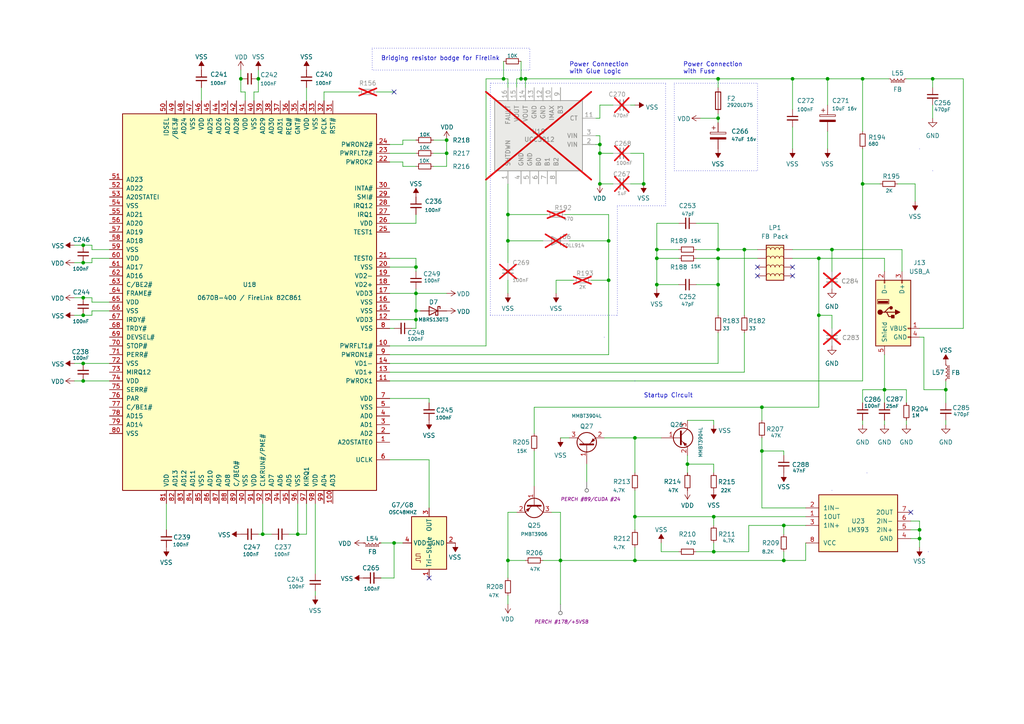
<source format=kicad_sch>
(kicad_sch (version 20230121) (generator eeschema)
  (paper "A4")
  (title_block (title "Power Macintosh G3 (Beige) Wings Personality Card USB Mod") (date "2025-03-09") (rev "3") (company "Schematic by @croissantking on the 68kMLA forums with invaluable help from @phipli"))
  (junction (at 270.51 22.86))
  (junction (at 24.13 91.44))
  (junction (at 120.65 77.47))
  (junction (at 162.56 162.56))
  (junction (at 74.93 22.86))
  (junction (at 76.2 154.94))
  (junction (at 190.5 72.39))
  (junction (at 190.5 74.93))
  (junction (at 69.85 22.86))
  (junction (at 173.99 41.91))
  (junction (at 24.13 86.36))
  (junction (at 227.33 162.56))
  (junction (at 199.39 134.62))
  (junction (at 24.13 71.12))
  (junction (at 240.03 22.86))
  (junction (at 151.13 22.86))
  (junction (at 266.7 156.21))
  (junction (at 184.15 162.56))
  (junction (at 208.28 22.86))
  (junction (at 250.19 53.34))
  (junction (at 120.65 92.71))
  (junction (at 24.13 105.41))
  (junction (at 147.32 69.85))
  (junction (at 229.87 22.86))
  (junction (at 173.99 44.45))
  (junction (at 186.69 53.34))
  (junction (at 215.9 72.39))
  (junction (at 237.49 91.44))
  (junction (at 24.13 110.49))
  (junction (at 176.53 81.28))
  (junction (at 208.28 72.39))
  (junction (at 184.15 127))
  (junction (at 152.4 22.86))
  (junction (at 120.65 90.17))
  (junction (at 147.32 162.56))
  (junction (at 237.49 74.93))
  (junction (at 220.98 118.11))
  (junction (at 147.32 62.23))
  (junction (at 266.7 153.67))
  (junction (at 207.01 149.86))
  (junction (at 129.54 40.64))
  (junction (at 24.13 76.2))
  (junction (at 241.3 72.39))
  (junction (at 250.19 22.86))
  (junction (at 190.5 82.55))
  (junction (at 274.32 113.03))
  (junction (at 146.05 22.86))
  (junction (at 173.99 53.34))
  (junction (at 184.15 149.86))
  (junction (at 208.28 74.93))
  (junction (at 256.54 113.03))
  (junction (at 176.53 69.85))
  (junction (at 114.3 157.48))
  (junction (at 207.01 160.02))
  (junction (at 208.28 82.55))
  (junction (at 208.28 34.29))
  (junction (at 86.36 154.94))
  (junction (at 120.65 85.09))
  (junction (at 129.54 44.45))
  (junction (at 227.33 152.4))
  (junction (at 220.98 130.81))
  (no_connect (at 229.87 80.01))
  (no_connect (at 219.71 77.47))
  (no_connect (at 264.16 148.59))
  (no_connect (at 124.46 167.64))
  (no_connect (at 219.71 80.01))
  (no_connect (at 114.3 26.67))
  (no_connect (at 229.87 77.47))
  (wire (pts (xy 71.12 26.67) (xy 71.12 29.21)))
  (wire (pts (xy 157.48 162.56) (xy 162.56 162.56)))
  (wire (pts (xy 24.13 110.49) (xy 31.75 110.49)))
  (wire (pts (xy 229.87 74.93) (xy 237.49 74.93)))
  (wire (pts (xy 256.54 121.92) (xy 256.54 123.19)))
  (wire (pts (xy 274.32 123.19) (xy 274.32 121.92)))
  (wire (pts (xy 171.45 81.28) (xy 176.53 81.28)))
  (wire (pts (xy 152.4 22.86) (xy 152.4 25.4)))
  (wire (pts (xy 270.51 25.4) (xy 270.51 22.86)))
  (wire (pts (xy 184.15 30.48) (xy 182.88 30.48)))
  (wire (pts (xy 215.9 96.52) (xy 215.9 107.95)))
  (wire (pts (xy 24.13 86.36) (xy 26.67 86.36)))
  (wire (pts (xy 208.28 22.86) (xy 208.28 25.4)))
  (wire (pts (xy 190.5 72.39) (xy 190.5 74.93)))
  (wire (pts (xy 207.01 149.86) (xy 233.68 149.86)))
  (wire (pts (xy 21.59 91.44) (xy 24.13 91.44)))
  (wire (pts (xy 208.28 74.93) (xy 208.28 82.55)))
  (wire (pts (xy 170.18 139.7) (xy 170.18 134.62)))
  (wire (pts (xy 279.4 22.86) (xy 279.4 95.25)))
  (wire (pts (xy 250.19 116.84) (xy 250.19 113.03)))
  (wire (pts (xy 229.87 22.86) (xy 240.03 22.86)))
  (wire (pts (xy 163.83 62.23) (xy 176.53 62.23)))
  (wire (pts (xy 83.82 154.94) (xy 86.36 154.94)))
  (wire (pts (xy 24.13 71.12) (xy 26.67 71.12)))
  (wire (pts (xy 73.66 29.21) (xy 73.66 26.67)))
  (wire (pts (xy 184.15 127) (xy 191.77 127)))
  (wire (pts (xy 184.15 162.56) (xy 227.33 162.56)))
  (wire (pts (xy 129.54 40.64) (xy 129.54 44.45)))
  (wire (pts (xy 113.03 115.57) (xy 124.46 115.57)))
  (wire (pts (xy 147.32 172.72) (xy 147.32 175.26)))
  (wire (pts (xy 113.03 64.77) (xy 120.65 64.77)))
  (polyline (pts (xy 193.04 59.69) (xy 193.04 24.13)) (stroke (width 0) (type dot)))
  (wire (pts (xy 173.99 30.48) (xy 177.8 30.48)))
  (wire (pts (xy 74.93 20.32) (xy 74.93 22.86)))
  (wire (pts (xy 237.49 74.93) (xy 237.49 91.44)))
  (wire (pts (xy 48.26 146.05) (xy 48.26 153.67)))
  (wire (pts (xy 176.53 62.23) (xy 176.53 69.85)))
  (wire (pts (xy 270.51 22.86) (xy 279.4 22.86)))
  (wire (pts (xy 152.4 22.86) (xy 208.28 22.86)))
  (wire (pts (xy 76.2 146.05) (xy 76.2 154.94)))
  (wire (pts (xy 113.03 107.95) (xy 215.9 107.95)))
  (wire (pts (xy 229.87 72.39) (xy 241.3 72.39)))
  (wire (pts (xy 113.03 105.41) (xy 208.28 105.41)))
  (wire (pts (xy 162.56 162.56) (xy 162.56 175.26)))
  (wire (pts (xy 74.93 154.94) (xy 76.2 154.94)))
  (wire (pts (xy 199.39 134.62) (xy 199.39 137.16)))
  (wire (pts (xy 250.19 43.18) (xy 250.19 53.34)))
  (wire (pts (xy 191.77 157.48) (xy 191.77 160.02)))
  (wire (pts (xy 274.32 113.03) (xy 274.32 110.49)))
  (wire (pts (xy 233.68 157.48) (xy 233.68 162.56)))
  (wire (pts (xy 177.8 53.34) (xy 173.99 53.34)))
  (wire (pts (xy 173.99 30.48) (xy 173.99 34.29)))
  (wire (pts (xy 69.85 26.67) (xy 71.12 26.67)))
  (wire (pts (xy 250.19 121.92) (xy 250.19 123.19)))
  (wire (pts (xy 113.03 44.45) (xy 120.65 44.45)))
  (wire (pts (xy 184.15 149.86) (xy 184.15 153.67)))
  (wire (pts (xy 26.67 91.44) (xy 24.13 91.44)))
  (wire (pts (xy 190.5 74.93) (xy 196.85 74.93)))
  (wire (pts (xy 220.98 147.32) (xy 233.68 147.32)))
  (wire (pts (xy 262.89 113.03) (xy 262.89 116.84)))
  (wire (pts (xy 207.01 160.02) (xy 207.01 157.48)))
  (wire (pts (xy 237.49 91.44) (xy 237.49 118.11)))
  (wire (pts (xy 129.54 40.64) (xy 125.73 40.64)))
  (wire (pts (xy 26.67 74.93) (xy 31.75 74.93)))
  (polyline (pts (xy 142.24 24.13) (xy 142.24 91.44)) (stroke (width 0) (type dot)))
  (wire (pts (xy 162.56 148.59) (xy 162.56 162.56)))
  (wire (pts (xy 208.28 72.39) (xy 215.9 72.39)))
  (wire (pts (xy 21.59 110.49) (xy 24.13 110.49)))
  (wire (pts (xy 149.86 25.4) (xy 149.86 22.86)))
  (wire (pts (xy 173.99 34.29) (xy 172.72 34.29)))
  (wire (pts (xy 91.44 171.45) (xy 91.44 172.72)))
  (wire (pts (xy 266.7 156.21) (xy 266.7 158.75)))
  (wire (pts (xy 267.97 113.03) (xy 274.32 113.03)))
  (wire (pts (xy 154.94 130.81) (xy 154.94 140.97)))
  (wire (pts (xy 165.1 69.85) (xy 176.53 69.85)))
  (wire (pts (xy 229.87 22.86) (xy 229.87 31.75)))
  (wire (pts (xy 129.54 44.45) (xy 129.54 48.26)))
  (wire (pts (xy 116.84 40.64) (xy 120.65 40.64)))
  (wire (pts (xy 93.98 29.21) (xy 93.98 26.67)))
  (wire (pts (xy 190.5 82.55) (xy 190.5 83.82)))
  (wire (pts (xy 227.33 152.4) (xy 227.33 154.94)))
  (wire (pts (xy 162.56 127) (xy 165.1 127)))
  (polyline (pts (xy 142.24 91.44) (xy 179.07 91.44)) (stroke (width 0) (type dot)))
  (wire (pts (xy 250.19 113.03) (xy 256.54 113.03)))
  (wire (pts (xy 120.65 62.23) (xy 120.65 64.77)))
  (wire (pts (xy 184.15 127) (xy 184.15 137.16)))
  (wire (pts (xy 256.54 74.93) (xy 256.54 78.74)))
  (wire (pts (xy 147.32 62.23) (xy 147.32 69.85)))
  (wire (pts (xy 147.32 53.34) (xy 147.32 62.23)))
  (wire (pts (xy 173.99 41.91) (xy 173.99 44.45)))
  (wire (pts (xy 161.29 81.28) (xy 161.29 85.09)))
  (wire (pts (xy 208.28 82.55) (xy 208.28 91.44)))
  (wire (pts (xy 26.67 74.93) (xy 26.67 76.2)))
  (wire (pts (xy 147.32 62.23) (xy 158.75 62.23)))
  (wire (pts (xy 266.7 95.25) (xy 279.4 95.25)))
  (wire (pts (xy 199.39 134.62) (xy 199.39 132.08)))
  (wire (pts (xy 154.94 118.11) (xy 154.94 125.73)))
  (wire (pts (xy 207.01 134.62) (xy 207.01 137.16)))
  (wire (pts (xy 113.03 41.91) (xy 116.84 41.91)))
  (wire (pts (xy 201.93 160.02) (xy 207.01 160.02)))
  (wire (pts (xy 264.16 151.13) (xy 266.7 151.13)))
  (wire (pts (xy 147.32 148.59) (xy 149.86 148.59)))
  (wire (pts (xy 262.89 22.86) (xy 270.51 22.86)))
  (wire (pts (xy 109.22 26.67) (xy 114.3 26.67)))
  (wire (pts (xy 182.88 44.45) (xy 186.69 44.45)))
  (wire (pts (xy 146.05 22.86) (xy 140.97 22.86)))
  (wire (pts (xy 267.97 97.79) (xy 267.97 113.03)))
  (wire (pts (xy 266.7 153.67) (xy 266.7 156.21)))
  (wire (pts (xy 149.86 22.86) (xy 151.13 22.86)))
  (wire (pts (xy 190.5 82.55) (xy 196.85 82.55)))
  (wire (pts (xy 113.03 77.47) (xy 120.65 77.47)))
  (wire (pts (xy 21.59 76.2) (xy 24.13 76.2)))
  (wire (pts (xy 201.93 82.55) (xy 208.28 82.55)))
  (wire (pts (xy 240.03 22.86) (xy 250.19 22.86)))
  (wire (pts (xy 184.15 127) (xy 175.26 127)))
  (wire (pts (xy 184.15 158.75) (xy 184.15 162.56)))
  (wire (pts (xy 114.3 167.64) (xy 114.3 157.48)))
  (wire (pts (xy 177.8 44.45) (xy 173.99 44.45)))
  (wire (pts (xy 147.32 162.56) (xy 147.32 167.64)))
  (wire (pts (xy 120.65 90.17) (xy 120.65 92.71)))
  (wire (pts (xy 26.67 90.17) (xy 31.75 90.17)))
  (wire (pts (xy 147.32 25.4) (xy 147.32 22.86)))
  (wire (pts (xy 207.01 134.62) (xy 199.39 134.62)))
  (wire (pts (xy 113.03 92.71) (xy 120.65 92.71)))
  (wire (pts (xy 147.32 148.59) (xy 147.32 162.56)))
  (wire (pts (xy 186.69 44.45) (xy 186.69 53.34)))
  (wire (pts (xy 124.46 133.35) (xy 124.46 147.32)))
  (wire (pts (xy 113.03 110.49) (xy 250.19 110.49)))
  (wire (pts (xy 208.28 64.77) (xy 208.28 72.39)))
  (polyline (pts (xy 179.07 59.69) (xy 193.04 59.69)) (stroke (width 0) (type dot)))
  (wire (pts (xy 73.66 26.67) (xy 74.93 26.67)))
  (wire (pts (xy 240.03 30.48) (xy 240.03 22.86)))
  (wire (pts (xy 274.32 116.84) (xy 274.32 113.03)))
  (wire (pts (xy 250.19 22.86) (xy 257.81 22.86)))
  (wire (pts (xy 88.9 146.05) (xy 88.9 154.94)))
  (wire (pts (xy 116.84 46.99) (xy 113.03 46.99)))
  (wire (pts (xy 21.59 71.12) (xy 24.13 71.12)))
  (wire (pts (xy 120.65 83.82) (xy 120.65 85.09)))
  (wire (pts (xy 154.94 118.11) (xy 220.98 118.11)))
  (wire (pts (xy 24.13 105.41) (xy 31.75 105.41)))
  (wire (pts (xy 241.3 72.39) (xy 261.62 72.39)))
  (polyline (pts (xy 193.04 24.13) (xy 142.24 24.13)) (stroke (width 0) (type dot)))
  (wire (pts (xy 125.73 48.26) (xy 129.54 48.26)))
  (wire (pts (xy 215.9 72.39) (xy 215.9 91.44)))
  (wire (pts (xy 237.49 91.44) (xy 241.3 91.44)))
  (wire (pts (xy 120.65 92.71) (xy 120.65 95.25)))
  (wire (pts (xy 256.54 113.03) (xy 256.54 116.84)))
  (wire (pts (xy 86.36 146.05) (xy 86.36 154.94)))
  (wire (pts (xy 241.3 95.25) (xy 241.3 91.44)))
  (wire (pts (xy 113.03 133.35) (xy 124.46 133.35)))
  (wire (pts (xy 260.35 53.34) (xy 265.43 53.34)))
  (wire (pts (xy 58.42 25.4) (xy 58.42 29.21)))
  (wire (pts (xy 190.5 72.39) (xy 196.85 72.39)))
  (wire (pts (xy 91.44 146.05) (xy 91.44 166.37)))
  (wire (pts (xy 120.65 74.93) (xy 120.65 77.47)))
  (wire (pts (xy 21.59 105.41) (xy 24.13 105.41)))
  (wire (pts (xy 116.84 40.64) (xy 116.84 41.91)))
  (wire (pts (xy 227.33 130.81) (xy 227.33 132.08)))
  (wire (pts (xy 265.43 53.34) (xy 265.43 58.42)))
  (wire (pts (xy 227.33 162.56) (xy 233.68 162.56)))
  (wire (pts (xy 261.62 72.39) (xy 261.62 78.74)))
  (wire (pts (xy 256.54 102.87) (xy 256.54 113.03)))
  (wire (pts (xy 147.32 81.28) (xy 147.32 85.09)))
  (wire (pts (xy 250.19 53.34) (xy 250.19 110.49)))
  (wire (pts (xy 113.03 74.93) (xy 120.65 74.93)))
  (wire (pts (xy 74.93 22.86) (xy 74.93 26.67)))
  (polyline (pts (xy 179.07 91.44) (xy 179.07 59.69)) (stroke (width 0) (type dot)))
  (wire (pts (xy 116.84 48.26) (xy 116.84 46.99)))
  (wire (pts (xy 140.97 22.86) (xy 140.97 100.33)))
  (wire (pts (xy 266.7 151.13) (xy 266.7 153.67)))
  (wire (pts (xy 227.33 152.4) (xy 233.68 152.4)))
  (wire (pts (xy 88.9 25.4) (xy 88.9 29.21)))
  (wire (pts (xy 173.99 39.37) (xy 172.72 39.37)))
  (wire (pts (xy 151.13 17.78) (xy 151.13 22.86)))
  (wire (pts (xy 26.67 90.17) (xy 26.67 91.44)))
  (wire (pts (xy 151.13 22.86) (xy 152.4 22.86)))
  (wire (pts (xy 120.65 95.25) (xy 119.38 95.25)))
  (wire (pts (xy 176.53 69.85) (xy 176.53 81.28)))
  (wire (pts (xy 201.93 72.39) (xy 208.28 72.39)))
  (wire (pts (xy 113.03 95.25) (xy 114.3 95.25)))
  (wire (pts (xy 196.85 160.02) (xy 191.77 160.02)))
  (wire (pts (xy 237.49 74.93) (xy 256.54 74.93)))
  (wire (pts (xy 110.49 157.48) (xy 114.3 157.48)))
  (wire (pts (xy 208.28 22.86) (xy 229.87 22.86)))
  (wire (pts (xy 69.85 22.86) (xy 69.85 26.67)))
  (wire (pts (xy 220.98 130.81) (xy 220.98 147.32)))
  (wire (pts (xy 220.98 127) (xy 220.98 130.81)))
  (wire (pts (xy 227.33 160.02) (xy 227.33 162.56)))
  (wire (pts (xy 121.92 90.17) (xy 120.65 90.17)))
  (wire (pts (xy 120.65 85.09) (xy 129.54 85.09)))
  (wire (pts (xy 256.54 113.03) (xy 262.89 113.03)))
  (wire (pts (xy 186.69 53.34) (xy 182.88 53.34)))
  (wire (pts (xy 208.28 96.52) (xy 208.28 105.41)))
  (wire (pts (xy 120.65 77.47) (xy 120.65 78.74)))
  (wire (pts (xy 110.49 167.64) (xy 114.3 167.64)))
  (wire (pts (xy 26.67 72.39) (xy 26.67 71.12)))
  (wire (pts (xy 262.89 121.92) (xy 262.89 123.19)))
  (wire (pts (xy 21.59 86.36) (xy 24.13 86.36)))
  (wire (pts (xy 76.2 154.94) (xy 78.74 154.94)))
  (wire (pts (xy 166.37 81.28) (xy 161.29 81.28)))
  (wire (pts (xy 215.9 72.39) (xy 219.71 72.39)))
  (wire (pts (xy 162.56 162.56) (xy 184.15 162.56)))
  (wire (pts (xy 208.28 33.02) (xy 208.28 34.29)))
  (wire (pts (xy 201.93 74.93) (xy 208.28 74.93)))
  (wire (pts (xy 160.02 148.59) (xy 162.56 148.59)))
  (wire (pts (xy 124.46 116.84) (xy 124.46 115.57)))
  (wire (pts (xy 31.75 72.39) (xy 26.67 72.39)))
  (wire (pts (xy 220.98 118.11) (xy 220.98 121.92)))
  (wire (pts (xy 26.67 87.63) (xy 26.67 86.36)))
  (wire (pts (xy 264.16 153.67) (xy 266.7 153.67)))
  (wire (pts (xy 120.65 85.09) (xy 120.65 90.17)))
  (wire (pts (xy 190.5 74.93) (xy 190.5 82.55)))
  (wire (pts (xy 146.05 17.78) (xy 146.05 22.86)))
  (wire (pts (xy 208.28 74.93) (xy 219.71 74.93)))
  (wire (pts (xy 86.36 154.94) (xy 88.9 154.94)))
  (wire (pts (xy 199.39 121.92) (xy 207.01 121.92)))
  (wire (pts (xy 113.03 85.09) (xy 120.65 85.09)))
  (wire (pts (xy 190.5 64.77) (xy 196.85 64.77)))
  (wire (pts (xy 227.33 130.81) (xy 220.98 130.81)))
  (wire (pts (xy 173.99 39.37) (xy 173.99 41.91)))
  (wire (pts (xy 264.16 156.21) (xy 266.7 156.21)))
  (wire (pts (xy 217.17 160.02) (xy 217.17 152.4)))
  (wire (pts (xy 114.3 157.48) (xy 116.84 157.48)))
  (wire (pts (xy 173.99 44.45) (xy 173.99 53.34)))
  (wire (pts (xy 208.28 34.29) (xy 208.28 35.56)))
  (wire (pts (xy 176.53 81.28) (xy 176.53 102.87)))
  (wire (pts (xy 147.32 69.85) (xy 157.48 69.85)))
  (wire (pts (xy 173.99 41.91) (xy 172.72 41.91)))
  (wire (pts (xy 116.84 48.26) (xy 120.65 48.26)))
  (wire (pts (xy 229.87 36.83) (xy 229.87 43.18)))
  (wire (pts (xy 250.19 22.86) (xy 250.19 38.1)))
  (wire (pts (xy 113.03 100.33) (xy 140.97 100.33)))
  (wire (pts (xy 184.15 149.86) (xy 207.01 149.86)))
  (wire (pts (xy 217.17 152.4) (xy 227.33 152.4)))
  (wire (pts (xy 184.15 142.24) (xy 184.15 149.86)))
  (wire (pts (xy 147.32 22.86) (xy 146.05 22.86)))
  (wire (pts (xy 240.03 38.1) (xy 240.03 43.18)))
  (wire (pts (xy 207.01 160.02) (xy 217.17 160.02)))
  (wire (pts (xy 220.98 118.11) (xy 237.49 118.11)))
  (wire (pts (xy 207.01 121.92) (xy 207.01 123.19)))
  (wire (pts (xy 190.5 64.77) (xy 190.5 72.39)))
  (wire (pts (xy 207.01 149.86) (xy 207.01 152.4)))
  (wire (pts (xy 270.51 30.48) (xy 270.51 34.29)))
  (wire (pts (xy 93.98 26.67) (xy 104.14 26.67)))
  (wire (pts (xy 241.3 72.39) (xy 241.3 78.74)))
  (wire (pts (xy 147.32 162.56) (xy 152.4 162.56)))
  (wire (pts (xy 255.27 53.34) (xy 250.19 53.34)))
  (wire (pts (xy 147.32 69.85) (xy 147.32 76.2)))
  (wire (pts (xy 129.54 44.45) (xy 125.73 44.45)))
  (wire (pts (xy 201.93 64.77) (xy 208.28 64.77)))
  (wire (pts (xy 69.85 20.32) (xy 69.85 22.86)))
  (wire (pts (xy 113.03 102.87) (xy 176.53 102.87)))
  (wire (pts (xy 267.97 97.79) (xy 266.7 97.79)))
  (wire (pts (xy 203.2 34.29) (xy 208.28 34.29)))
  (wire (pts (xy 26.67 87.63) (xy 31.75 87.63)))
  (wire (pts (xy 26.67 76.2) (xy 24.13 76.2)))
  (rectangle (start 270.51 49.53) (end 270.51 49.53))
  (rectangle (start 142.24 25.4) (end 142.24 25.4))
  (rectangle (start 195.58 24.13) (end 219.71 49.53) (stroke (width 0) (type dot)))
  (rectangle (start 175.26 97.79) (end 175.26 97.79))
  (rectangle (start 107.95 13.97) (end 153.67 20.32) (stroke (width 0) (type dot)))
  (rectangle (start 184.15 110.49) (end 184.15 110.49))
  (rectangle (start 241.3 142.24) (end 241.3 142.24))
  (rectangle (start 269.24 160.02) (end 269.24 160.02))
  (rectangle (start 251.46 137.16) (end 251.46 137.16))
  (rectangle (start 113.03 67.31) (end 113.03 67.31))
  (rectangle (start 266.7 43.18) (end 266.7 43.18))
  (text "Bridging resistor bodge for Firelink" (at 110.49 17.78 0) (effects (font (size 1.27 1.27)) (justify left bottom)))
  (text "Startup Circuit" (at 186.69 115.57 0) (effects (font (size 1.27 1.27)) (justify left bottom)))
  (text "Power Connection\nwith Glue Logic" (at 165.1 21.59 0) (effects (font (size 1.27 1.27)) (justify left bottom)))
  (text "Power Connection\nwith Fuse" (at 198.12 21.59 0) (effects (font (size 1.27 1.27)) (justify left bottom)))
  (netclass_flag "" (length 2.54) (shape round) (at 170.18 139.7 180) (property "Netclass" "PERCH #89/CUDA #24" (at 162.56 144.78 0) (effects (font (size 1 1) italic) (justify left))))
  (netclass_flag "" (length 2.54) (shape round) (at 162.56 175.26 180) (property "Netclass" "PERCH #178/+5VSB" (at 154.94 180.34 0) (effects (font (size 1 1) italic) (justify left))))
  (symbol (lib_id "power:VDD") (at 173.99 53.34 180) (unit 1)
    (property "Reference" "#PWR012" (effects hide))
    (property "Value" "VDD" (at 175.8662 57.5502 0) (effects (justify left)))
  )
  (symbol (lib_id "Device:C_Small") (at 180.34 44.45 270) (unit 1) (dnp yes)
    (property "Reference" "C268" (at 178.0736 41.6361 90) (effects (justify left)))
    (property "Value" "100nF" (at 178.6893 47.2907 90) (effects (font (size 1 1)) (justify left)))
  )
  (symbol (lib_id "Transistor_BJT:MMBT3906") (at 154.94 146.05 270) (unit 1)
    (property "Reference" "Q25" (at 154.94 152.4 90))
    (property "Value" "PMBT3906" (at 154.94 154.94 90) (effects (font (size 1 1))))
    (property "Footprint" "Package_TO_SOT_SMD:SOT-23" (effects hide))
    (property "Datasheet" "https://www.onsemi.com/pub/Collateral/2N3906-D.PDF" (effects hide))
  )
  (symbol (lib_id "Transistor_BJT:MMBT3906") (at 170.18 129.54 90) (unit 1)
    (property "Reference" "Q27" (at 170.1799 123.6555 90))
    (property "Value" "MMBT3904L" (at 170.18 120.65 90) (effects (font (size 1 1))))
    (property "Footprint" "Package_TO_SOT_SMD:SOT-23" (effects hide))
    (property "Datasheet" "https://www.onsemi.com/pub/Collateral/2N3906-D.PDF" (effects hide))
  )
  (symbol (lib_id "Device:C_Small") (at 124.46 119.38 180) (unit 1)
    (property "Reference" "C245" (at 131.5449 118.9889 0) (effects (justify left)))
    (property "Value" "100nF" (at 131.1109 121.1465 0) (effects (font (size 1 1)) (justify left)))
  )
  (symbol (lib_id "power:VSS") (at 227.33 137.16 180) (unit 1)
    (property "Reference" "#PWR07" (effects hide))
    (property "Value" "VSS" (at 227.3309 141.2079 0))
  )
  (symbol (lib_id "power:VSS") (at 74.93 20.32 0) (unit 1)
    (property "Reference" "#PWR030" (effects hide))
    (property "Value" "VSS" (at 74.93 16.51 0))
  )
  (symbol (lib_id "Device:R_Small") (at 106.68 26.67 90) (unit 1) (dnp yes)
    (property "Reference" "R156" (at 109.22 24.13 90) (effects (justify left)))
    (property "Value" "470" (effects hide))
  )
  (symbol (lib_id "Device:R_Small") (at 257.81 53.34 270) (unit 1)
    (property "Reference" "R195" (at 255.9613 51.1432 90) (effects (justify left)))
    (property "Value" "2K" (at 256.8505 55.3229 90) (effects (font (size 1 1)) (justify left)))
  )
  (symbol (lib_id "power:VSS") (at 120.65 57.15 0) (unit 1)
    (property "Reference" "#PWR09" (effects hide))
    (property "Value" "VSS" (at 120.65 53.34 0))
  )
  (symbol (lib_id "Device:R_Small") (at 147.32 170.18 180) (unit 1)
    (property "Reference" "R208" (at 146.05 170.18 0) (effects (justify left)))
    (property "Value" "47K" (at 144.78 172.72 0) (effects (font (size 1 1)) (justify left)))
  )
  (symbol (lib_id "Device:R_Small") (at 123.19 40.64 90) (unit 1)
    (property "Reference" "R218" (at 136.3598 40.6748 90) (effects (justify left)))
    (property "Value" "10K" (at 124.7672 39.048 90) (effects (font (size 1 1)) (justify left)))
  )
  (symbol (lib_id "power:VSS") (at 265.43 58.42 180) (unit 1)
    (property "Reference" "#PWR025" (effects hide))
    (property "Value" "VSS" (at 265.3969 62.8155 0))
  )
  (symbol (lib_id "Device:R_Small") (at 168.91 81.28 270) (unit 1) (dnp yes)
    (property "Reference" "R193" (at 167.0804 79.2699 90) (effects (justify left)))
    (property "Value" "2K" (at 167.9063 83.2509 90) (effects (font (size 1 1)) (justify left)))
  )
  (symbol (lib_id "power:VSS") (at 207.01 142.24 180) (unit 1)
    (property "Reference" "#PWR019" (effects hide))
    (property "Value" "VSS" (at 207.0126 146.571 0))
  )
  (symbol (lib_id "power:VSS") (at 190.5 83.82 180) (unit 1)
    (property "Reference" "#PWR017" (effects hide))
    (property "Value" "VSS" (at 190.4669 88.2155 0))
  )
  (symbol (lib_id "Device:R_Small") (at 123.19 48.26 90) (unit 1)
    (property "Reference" "R216" (at 136.3598 48.2948 90) (effects (justify left)))
    (property "Value" "10K" (at 124.65 46.635 90) (effects (font (size 1 1)) (justify left)))
  )
  (symbol (lib_id "Connector:USB_A") (at 259.08 92.71 0) (unit 1)
    (property "Reference" "J13" (at 266.7 76.2 0))
    (property "Value" "USB_A" (at 266.7 78.74 0))
    (property "Datasheet" " ~" (effects hide))
  )
  (symbol (lib_id "power:VSS") (at 48.26 158.75 180) (unit 1)
    (property "Reference" "#PWR011" (effects hide))
    (property "Value" "VSS" (at 48.2269 163.1455 0))
  )
  (symbol (lib_id "power:VSS") (at 274.32 105.41 0) (unit 1)
    (property "Reference" "#PWR048" (effects hide))
    (property "Value" "VSS" (at 274.32 101.6 0))
  )
  (symbol (lib_id "power:VSS") (at 240.03 43.18 180) (unit 1)
    (property "Reference" "#PWR023" (effects hide))
    (property "Value" "VSS" (at 239.9969 47.5755 0))
  )
  (symbol (lib_id "Device:L_Pack04") (at 224.79 77.47 90) (mirror x) (unit 1)
    (property "Reference" "LP1" (at 224.79 66.04 90))
    (property "Value" "FB Pack" (at 224.79 68.58 90))
  )
  (symbol (lib_id "Device:R_Small") (at 154.94 162.56 270) (unit 1)
    (property "Reference" "R206" (at 152.4398 160.3613 90) (effects (justify left)))
    (property "Value" "47K" (at 153.67 165.1 90) (effects (font (size 1 1)) (justify left)))
  )
  (symbol (lib_name "GND_1") (lib_id "power:GND") (at 270.51 34.29 0) (unit 1)
    (property "Reference" "#PWR03" (effects hide))
    (property "Value" "GND" (at 270.51 39.37 0))
  )
  (symbol (lib_id "power:VSS") (at 21.59 91.44 90) (unit 1)
    (property "Reference" "#PWR033" (effects hide))
    (property "Value" "VSS" (at 18.6745 91.6437 90) (effects (justify left)))
  )
  (symbol (lib_id "Device:R_Small") (at 215.9 93.98 0) (unit 1)
    (property "Reference" "R182" (at 217.0199 93.0761 0) (effects (justify left)))
    (property "Value" "33" (at 217.17 95.25 0) (effects (font (size 1 1)) (justify left)))
  )
  (symbol (lib_id "power:VSS") (at 21.59 71.12 90) (unit 1)
    (property "Reference" "#PWR032" (effects hide))
    (property "Value" "VSS" (at 18.6745 71.3237 90) (effects (justify left)))
  )
  (symbol (lib_id "Device:C_Small") (at 256.54 119.38 0) (unit 1)
    (property "Reference" "C287" (at 256.9109 115.7713 0) (effects (justify left)))
    (property "Value" "25nF" (at 256.8996 117.7983 0) (effects (font (size 1 1)) (justify left)))
  )
  (symbol (lib_id "power:VSS") (at 147.32 85.09 180) (unit 1)
    (property "Reference" "#PWR015" (effects hide))
    (property "Value" "VSS" (at 147.2869 89.4855 0))
  )
  (symbol (lib_id "power:VSS") (at 162.56 127 180) (unit 1)
    (property "Reference" "#PWR038" (effects hide))
    (property "Value" "VSS" (at 162.56 132.08 0))
  )
  (symbol (lib_id "Device:R_Small") (at 262.89 119.38 0) (unit 1)
    (property "Reference" "R204" (at 264.2328 118.6372 0) (effects (justify left)))
    (property "Value" "1M" (at 264.4812 120.4817 0) (effects (font (size 1 1)) (justify left)))
  )
  (symbol (lib_id "Device:R_Small") (at 199.39 160.02 90) (unit 1)
    (property "Reference" "R210" (at 201.93 154.94 90) (effects (justify left)))
    (property "Value" "470" (at 201.93 157.48 90) (effects (font (size 1 1)) (justify left)))
  )
  (symbol (lib_id "power:VSS") (at 91.44 172.72 180) (unit 1)
    (property "Reference" "#PWR018" (effects hide))
    (property "Value" "VSS" (at 91.4069 177.1155 0))
  )
  (symbol (lib_id "power:VSS") (at 229.87 43.18 180) (unit 1)
    (property "Reference" "#PWR022" (effects hide))
    (property "Value" "VSS" (at 229.8369 47.5755 0))
  )
  (symbol (lib_id "power:VSS") (at 184.15 30.48 270) (unit 1)
    (property "Reference" "#PWR014" (effects hide))
    (property "Value" "VSS" (at 187.257 31.1185 90) (effects (justify left)))
  )
  (symbol (lib_id "Device:C_Small") (at 147.32 78.74 0) (unit 1) (dnp yes)
    (property "Reference" "C269" (at 148.59 76.2 0) (effects (justify left)))
    (property "Value" "100nF" (at 148.59 81.28 0) (effects (font (size 1 1)) (justify left)))
  )
  (symbol (lib_id "Device:L_Ferrite_Small") (at 260.35 22.86 270) (unit 1)
    (property "Reference" "L55" (at 258.5178 21.2185 90) (effects (justify left)))
    (property "Value" "FB" (at 259.0495 25.9373 90) (effects (justify left)))
  )
  (symbol (lib_id "Device:R_Small") (at 220.98 124.46 0) (unit 1)
    (property "Reference" "R207" (at 222.25 124.46 0) (effects (justify left)))
    (property "Value" "47K" (at 223.52 126.365 0) (effects (font (size 1 1)) (justify left)))
  )
  (symbol (lib_id "Device:D") (at 161.29 69.85 180) (unit 1) (dnp yes)
    (property "Reference" "D6" (at 164.3565 68.6776 0))
    (property "Value" "FDLL914" (at 169.5936 71.2052 0) (effects (font (size 1 1)) (justify left)))
    (property "Sim.Device" "D" (effects hide))
    (property "Sim.Pins" "1=K 2=A" (effects hide))
  )
  (symbol (lib_id "MCU_Texas:LM3S6911-IQC50") (at 64.77 80.01 90) (unit 1)
    (property "Reference" "U18" (at 72.39 82.55 90))
    (property "Value" "0670B-400 / FireLink 82C861" (at 72.39 86.36 90))
    (property "Footprint" "Package_QFP:LQFP-100_14x14mm_P0.5mm" (effects hide))
    (property "Datasheet" "http://www.bitsavers.org/components/cmd/MAN-000670-000_USB0670_673_PCI-USB_ASIC_Rev_1.8_199903.pdf" (effects hide))
  )
  (symbol (lib_id "Device:L_Ferrite_Small") (at 107.95 157.48 270) (unit 1)
    (property "Reference" "L54" (at 106.1517 156.2574 90) (effects (justify left)))
    (property "Value" "FB" (at 106.7269 160.0442 90) (effects (justify left)))
  )
  (symbol (lib_id "Device:C_Small") (at 88.9 22.86 0) (unit 1)
    (property "Reference" "C240" (at 91.44 21.59 0) (effects (justify left)))
    (property "Value" "100nF" (at 91.44 24.13 0) (effects (font (size 1 1)) (justify left)))
  )
  (symbol (lib_id "Device:R_Small") (at 199.39 74.93 270) (unit 1)
    (property "Reference" "R188" (at 194.31 77.47 90) (effects (justify left)))
    (property "Value" "15K" (at 200.2803 77.2702 90) (effects (font (size 1 1)) (justify left)))
  )
  (symbol (lib_id "Device:C_Small") (at 91.44 168.91 180) (unit 1)
    (property "Reference" "C243" (at 88.1812 168.0678 0) (effects (justify left)))
    (property "Value" "100nF" (at 88.4453 170.141 0) (effects (font (size 1 1)) (justify left)))
  )
  (symbol (lib_name "GND_1") (lib_id "power:GND") (at 241.3 100.33 0) (unit 1)
    (property "Reference" "#PWR021" (effects hide))
    (property "Value" "GND" (at 241.3 105.41 0))
  )
  (symbol (lib_id "power:VSS") (at 69.85 154.94 90) (unit 1)
    (property "Reference" "#PWR036" (effects hide))
    (property "Value" "VSS" (at 66.9345 155.1437 90) (effects (justify left)))
  )
  (symbol (lib_id "Device:R_Small") (at 199.39 139.7 180) (unit 1)
    (property "Reference" "R214" (at 197.6184 139.6883 0) (effects (justify left)))
    (property "Value" "47K" (at 196.85 142.24 0) (effects (font (size 1 1)) (justify left)))
  )
  (symbol (lib_id "power:VSS") (at 191.77 157.48 0) (unit 1)
    (property "Reference" "#PWR028" (effects hide))
    (property "Value" "VSS" (at 191.77 153.67 0))
  )
  (symbol (lib_id "Device:R_Small") (at 161.29 62.23 90) (unit 1) (dnp yes)
    (property "Reference" "R192" (at 165.8927 60.2597 90) (effects (justify left)))
    (property "Value" "470" (at 166.37 63.5 90) (effects (font (size 1 1)) (justify left)))
  )
  (symbol (lib_name "LTC1865-S8_1") (lib_id "Analog_ADC:LTC1865-S8") (at 149.86 35.56 0) (unit 1) (dnp yes)
    (property "Reference" "U19" (at 156.21 38.1 0))
    (property "Value" "UCC3912" (at 151.9995 40.4433 0) (effects (justify left)))
    (property "Footprint" "Package_SO:SOIC-8_3.9x4.9mm_P1.27mm" (effects hide))
    (property "Datasheet" "https://www.analog.com/media/en/technical-documentation/data-sheets/18645fb.pdf" (effects hide))
  )
  (symbol (lib_id "Device:C_Small") (at 24.13 73.66 180) (unit 1)
    (property "Reference" "C246" (at 26.1779 69.5144 0) (effects (justify left)))
    (property "Value" "100nF" (at 25.8525 77.9759 0) (effects (font (size 1 1)) (justify left)))
  )
  (symbol (lib_id "power:VSS") (at 88.9 20.32 0) (unit 1)
    (property "Reference" "#PWR029" (effects hide))
    (property "Value" "VSS" (at 88.9 16.51 0))
  )
  (symbol (lib_id "Device:C_Small") (at 24.13 107.95 180) (unit 1)
    (property "Reference" "C238" (at 25.8599 102.0636 0) (effects (justify left)))
    (property "Value" "100nF" (at 25.8599 103.846 0) (effects (font (size 1 1)) (justify left)))
  )
  (symbol (lib_id "Device:R_Small") (at 184.15 139.7 0) (unit 1)
    (property "Reference" "R213" (at 177.8 139.7 0) (effects (justify left)))
    (property "Value" "4.7K" (at 177.8 142.24 0) (effects (font (size 1 1)) (justify left)))
  )
  (symbol (lib_name "C_Polarized_1") (lib_id "Device:C_Polarized") (at 208.28 39.37 0) (unit 1)
    (property "Reference" "C266" (at 212.09 38.1 0) (effects (justify left)))
    (property "Value" "47uF 16v" (at 212.09 40.386 0) (effects (font (size 1 1)) (justify left)))
  )
  (symbol (lib_id "Device:R_Small") (at 207.01 139.7 180) (unit 1)
    (property "Reference" "R215" (at 213.3336 139.775 0) (effects (justify left)))
    (property "Value" "22K" (at 212.09 142.24 0) (effects (font (size 1 1)) (justify left)))
  )
  (symbol (lib_id "power:VSS") (at 58.42 20.32 0) (unit 1)
    (property "Reference" "#PWR031" (effects hide))
    (property "Value" "VSS" (at 58.42 16.51 0))
  )
  (symbol (lib_id "Device:C_Small") (at 241.3 81.28 0) (unit 1) (dnp yes)
    (property "Reference" "C284" (at 243.9665 81.5497 0) (effects (justify left)))
    (property "Value" "???" (effects hide))
  )
  (symbol (lib_id "power:VSS") (at 161.29 85.09 180) (unit 1)
    (property "Reference" "#PWR016" (effects hide))
    (property "Value" "VSS" (at 161.2569 89.4855 0))
  )
  (symbol (lib_id "power:VDD") (at 147.32 175.26 180) (unit 1)
    (property "Reference" "#PWR040" (effects hide))
    (property "Value" "VDD" (at 149.1794 179.5701 0) (effects (justify left)))
  )
  (symbol (lib_id "Device:R_Small") (at 250.19 40.64 0) (unit 1)
    (property "Reference" "R194" (at 251.82 39.8404 0) (effects (justify left)))
    (property "Value" "680" (at 251.82 41.7454 0) (effects (font (size 1 1)) (justify left)))
  )
  (symbol (lib_id "power:VDD") (at 199.39 142.24 180) (unit 1)
    (property "Reference" "#PWR047" (effects hide))
    (property "Value" "VDD" (at 201.3249 146.6143 0) (effects (justify left)))
  )
  (symbol (lib_id "Device:R_Small") (at 184.15 156.21 0) (unit 1)
    (property "Reference" "R212" (at 177.8 156.21 0) (effects (justify left)))
    (property "Value" "4.7K" (at 177.8 158.75 0) (effects (font (size 1 1)) (justify left)))
  )
  (symbol (lib_id "Device:R_Small") (at 227.33 157.48 0) (unit 1)
    (property "Reference" "R209" (at 220.98 157.48 0) (effects (justify left)))
    (property "Value" "8.2K" (at 220.98 160.02 0) (effects (font (size 1 1)) (justify left)))
  )
  (symbol (lib_id "Device:R_Small") (at 199.39 72.39 270) (unit 1)
    (property "Reference" "R189" (at 194.31 69.85 90) (effects (justify left)))
    (property "Value" "15K" (at 200.2803 69.8922 90) (effects (font (size 1 1)) (justify left)))
  )
  (symbol (lib_id "Device:C_Polarized") (at 240.03 34.29 0) (unit 1)
    (property "Reference" "C271" (at 241.3 29.21 0) (effects (justify left)))
    (property "Value" "10uF 16v" (at 241.3 31.496 0) (effects (font (size 1 1)) (justify left)))
  )
  (symbol (lib_id "Device:C_Small") (at 199.39 64.77 270) (unit 1)
    (property "Reference" "C253" (at 199.39 59.69 90))
    (property "Value" "47pF" (at 197.639 62.0392 90) (effects (font (size 1 1)) (justify left)))
  )
  (symbol (lib_id "Device:C_Small") (at 180.34 30.48 90) (unit 1) (dnp yes)
    (property "Reference" "C270" (at 181.56 27.3671 90) (effects (justify left)))
    (property "Value" "470nF" (at 182.5102 33.5597 90) (effects (font (size 1 1)) (justify left)))
  )
  (symbol (lib_id "Device:R_Small") (at 123.19 44.45 90) (unit 1)
    (property "Reference" "R217" (at 136.3598 44.4848 90) (effects (justify left)))
    (property "Value" "10K" (at 124.7027 42.8382 90) (effects (font (size 1 1)) (justify left)))
  )
  (symbol (lib_id "power:VDD") (at 105.41 157.48 90) (unit 1)
    (property "Reference" "#PWR041" (effects hide))
    (property "Value" "VDD" (at 101.966 157.6462 90) (effects (justify left)))
  )
  (symbol (lib_id "Analog_ADC:LM393") (at 243.84 151.13 270) (unit 1)
    (property "Reference" "U23" (at 248.92 151.13 90))
    (property "Value" "LM393" (at 248.92 153.67 90))
    (property "Footprint" "Package_SO:SOIC-8_3.9x4.9mm_P1.27mm" (effects hide))
    (property "Datasheet" "https://www.analog.com/media/en/technical-documentation/data-sheets/18645fb.pdf" (effects hide))
  )
  (symbol (lib_id "power:VDD") (at 21.59 110.49 90) (unit 1)
    (property "Reference" "#PWR042" (effects hide))
    (property "Value" "VDD" (at 18.6877 110.6591 90) (effects (justify left)))
  )
  (symbol (lib_id "power:VSS") (at 266.7 158.75 180) (unit 1)
    (property "Reference" "#PWR020" (effects hide))
    (property "Value" "VSS" (at 266.7009 162.7979 0))
  )
  (symbol (lib_id "Device:R_Small") (at 154.94 128.27 0) (unit 1)
    (property "Reference" "R205" (at 148.59 128.27 0) (effects (justify left)))
    (property "Value" "15K" (at 149.86 130.81 0) (effects (font (size 1 1)) (justify left)))
  )
  (symbol (lib_id "Device:C_Small") (at 58.42 22.86 0) (unit 1)
    (property "Reference" "C241" (at 60.96 21.59 0) (effects (justify left)))
    (property "Value" "100nF" (at 60.96 24.13 0) (effects (font (size 1 1)) (justify left)))
  )
  (symbol (lib_id "Device:C_Small") (at 199.39 82.55 270) (unit 1)
    (property "Reference" "C252" (at 199.3949 86.0814 90))
    (property "Value" "47pF" (at 197.5639 88.2048 90) (effects (font (size 1 1)) (justify left)))
  )
  (symbol (lib_id "Device:C_Small") (at 107.95 167.64 90) (unit 1)
    (property "Reference" "C265" (at 110.1518 164.7376 90) (effects (justify left)))
    (property "Value" "100nF" (at 110.2908 170.7848 90) (effects (font (size 1 1)) (justify left)))
  )
  (symbol (lib_id "power:VDD") (at 21.59 86.36 90) (unit 1)
    (property "Reference" "#PWR043" (effects hide))
    (property "Value" "VDD" (at 18.6877 86.5291 90) (effects (justify left)))
  )
  (symbol (lib_name "GND_1") (lib_id "power:GND") (at 256.54 123.19 0) (unit 1)
    (property "Reference" "#PWR02" (effects hide))
    (property "Value" "GND" (at 256.54 128.27 0))
  )
  (symbol (lib_name "GND_1") (lib_id "power:GND") (at 274.32 123.19 0) (unit 1)
    (property "Reference" "#PWR05" (effects hide))
    (property "Value" "GND" (at 274.32 128.27 0))
  )
  (symbol (lib_id "Device:Fuse") (at 208.28 29.21 0) (unit 1)
    (property "Reference" "F2" (at 210.82 28.575 0) (effects (justify left)))
    (property "Value" "2920L075" (at 210.82 30.48 0) (effects (font (size 1 1)) (justify left)))
  )
  (symbol (lib_name "GND_1") (lib_id "power:GND") (at 241.3 83.82 0) (unit 1)
    (property "Reference" "#PWR06" (effects hide))
    (property "Value" "GND" (at 241.3 88.9 0))
  )
  (symbol (lib_id "Device:C_Small") (at 116.84 95.25 270) (unit 1)
    (property "Reference" "C248" (at 118.11 96.52 90) (effects (justify left)))
    (property "Value" "100nF" (at 118.1562 98.3253 90) (effects (font (size 1 1)) (justify left)))
  )
  (symbol (lib_id "power:VSS") (at 21.59 105.41 90) (unit 1)
    (property "Reference" "#PWR034" (effects hide))
    (property "Value" "VSS" (at 18.6745 105.6137 90) (effects (justify left)))
  )
  (symbol (lib_id "power:VDD") (at 69.85 20.32 0) (unit 1)
    (property "Reference" "#PWR046" (effects hide))
    (property "Value" "VDD" (at 68.0466 16.5792 0) (effects (justify left)))
  )
  (symbol (lib_id "Device:L_Ferrite_Small") (at 274.32 107.95 0) (unit 1)
    (property "Reference" "L57" (at 270.2616 108.0306 0) (effects (justify left)))
    (property "Value" "FB" (at 275.908 108.0894 0) (effects (justify left)))
  )
  (symbol (lib_id "Device:D_Schottky") (at 125.73 90.17 0) (mirror y) (unit 1)
    (property "Reference" "D7" (at 125.73 87.63 0))
    (property "Value" "MBRS130T3" (at 125.73 92.71 0) (effects (font (size 1 1))))
  )
  (symbol (lib_id "power:VSS") (at 208.28 43.18 180) (unit 1)
    (property "Reference" "#PWR024" (effects hide))
    (property "Value" "VSS" (at 208.2469 47.5755 0))
  )
  (symbol (lib_id "Device:C_Small") (at 72.39 22.86 270) (unit 1)
    (property "Reference" "C242" (at 75.4885 21.7133 90) (effects (justify left)))
    (property "Value" "100nF" (at 75.4885 24.2533 90) (effects (font (size 1 1)) (justify left)))
  )
  (symbol (lib_id "power:VSS") (at 132.08 157.48 180) (unit 1)
    (property "Reference" "#PWR027" (effects hide))
    (property "Value" "VSS" (at 133.8411 161.6439 0) (effects (justify left)))
  )
  (symbol (lib_id "Device:R_Small") (at 207.01 154.94 0) (unit 1)
    (property "Reference" "R211" (at 208.28 154.94 0) (effects (justify left)))
    (property "Value" "4.7K" (at 209.55 156.845 0) (effects (font (size 1 1)) (justify left)))
  )
  (symbol (lib_name "VDD_1") (lib_id "power:VDD") (at 129.54 85.09 270) (unit 1)
    (property "Reference" "#PWR010" (effects hide))
    (property "Value" "VDD3" (at 132.5052 85.257 90) (effects (justify left)))
  )
  (symbol (lib_id "power:VDD") (at 129.54 90.17 270) (unit 1)
    (property "Reference" "#PWR08" (effects hide))
    (property "Value" "VDD" (at 132.558 90.3783 90) (effects (justify left)))
  )
  (symbol (lib_id "Device:C_Small") (at 229.87 34.29 0) (unit 1)
    (property "Reference" "C272" (at 231.14 29.21 0) (effects (justify left)))
    (property "Value" "100nF" (at 231.14 31.75 0) (effects (font (size 1 1)) (justify left)))
  )
  (symbol (lib_id "Transistor_BJT:MMBT3906") (at 196.85 127 0) (unit 1)
    (property "Reference" "Q26" (at 194.31 123.19 0) (effects (justify left)))
    (property "Value" "MMBT3904L" (at 203.2 128.27 90) (effects (font (size 1 1))))
    (property "Footprint" "Package_TO_SOT_SMD:SOT-23" (effects hide))
    (property "Datasheet" "https://www.onsemi.com/pub/Collateral/2N3906-D.PDF" (effects hide))
  )
  (symbol (lib_id "power:VSS") (at 207.01 123.19 180) (unit 1)
    (property "Reference" "#PWR039" (effects hide))
    (property "Value" "VSS" (at 210.2038 124.899 0))
  )
  (symbol (lib_id "Device:C_Small") (at 180.34 53.34 270) (unit 1) (dnp yes)
    (property "Reference" "C267" (at 177.7748 50.5014 90) (effects (justify left)))
    (property "Value" "1uF" (at 179.0035 56.0505 90) (effects (font (size 1 1)) (justify left)))
  )
  (symbol (lib_id "Device:C_Small") (at 72.39 154.94 270) (unit 1)
    (property "Reference" "C247" (at 70.4866 158.6799 90) (effects (justify left)))
    (property "Value" "100nF" (at 70.4127 160.7765 90) (effects (font (size 1 1)) (justify left)))
  )
  (symbol (lib_id "Device:C_Small") (at 48.26 156.21 180) (unit 1)
    (property "Reference" "C239" (at 55.3449 155.8189 0) (effects (justify left)))
    (property "Value" "100nF" (at 54.9109 157.9765 0) (effects (font (size 1 1)) (justify left)))
  )
  (symbol (lib_id "Device:C_Small") (at 227.33 134.62 0) (unit 1)
    (property "Reference" "C288" (at 229.6794 134.7948 0) (effects (justify left)))
    (property "Value" "47nF" (at 229.87 136.5313 0) (effects (font (size 1 1)) (justify left)))
  )
  (symbol (lib_id "Device:C_Small") (at 274.32 119.38 0) (unit 1)
    (property "Reference" "C285" (at 276.2158 118.2778 0) (effects (justify left)))
    (property "Value" "470pF" (at 276.4793 120.1709 0) (effects (font (size 1 1)) (justify left)))
  )
  (symbol (lib_id "Device:C_Small") (at 24.13 88.9 180) (unit 1)
    (property "Reference" "C244" (at 26.1779 84.7544 0) (effects (justify left)))
    (property "Value" "100nF" (at 25.8525 93.2159 0) (effects (font (size 1 1)) (justify left)))
  )
  (symbol (lib_id "Device:R_Small") (at 148.59 17.78 90) (unit 1)
    (property "Reference" "R1" (effects hide))
    (property "Value" "10K" (at 150.1672 16.188 90) (effects (font (size 1 1)) (justify left)))
  )
  (symbol (lib_id "Device:C_Small") (at 120.65 81.28 0) (unit 1)
    (property "Reference" "C249" (at 122.7077 79.459 0) (effects (justify left)))
    (property "Value" "100nF" (at 122.9529 81.3985 0) (effects (font (size 1 1)) (justify left)))
  )
  (symbol (lib_name "GND_1") (lib_id "power:GND") (at 250.19 123.19 0) (unit 1)
    (property "Reference" "#PWR01" (effects hide))
    (property "Value" "GND" (at 250.19 128.27 0))
  )
  (symbol (lib_id "power:VDD") (at 21.59 76.2 90) (unit 1)
    (property "Reference" "#PWR044" (effects hide))
    (property "Value" "VDD" (at 18.6877 76.3691 90) (effects (justify left)))
  )
  (symbol (lib_id "Device:C_Small") (at 250.19 119.38 0) (unit 1)
    (property "Reference" "C286" (at 250.5181 115.8554 0) (effects (justify left)))
    (property "Value" "100nF" (at 250.6208 117.7503 0) (effects (font (size 1 1)) (justify left)))
  )
  (symbol (lib_name "GND_1") (lib_id "power:GND") (at 262.89 123.19 0) (unit 1)
    (property "Reference" "#PWR04" (effects hide))
    (property "Value" "GND" (at 262.89 128.27 0))
  )
  (symbol (lib_id "Oscillator:ASCO") (at 124.46 157.48 90) (unit 1)
    (property "Reference" "G7/G8" (at 116.7178 146.4786 90))
    (property "Value" "OSC48MHZ" (at 116.84 148.59 90) (effects (font (size 1 1))))
    (property "Footprint" "Oscillator:Oscillator_SMD_Abracon_ASCO-4Pin_1.6x1.2mm" (effects hide))
    (property "Datasheet" "https://abracon.com/Oscillators/ASCO.pdf" (effects hide))
  )
  (symbol (lib_id "Device:C_Small") (at 270.51 27.94 0) (unit 1)
    (property "Reference" "C256" (at 270.7825 29.8463 0) (effects (justify left)))
    (property "Value" "470pF" (at 270.9281 31.785 0) (effects (font (size 1 1)) (justify left)))
  )
  (symbol (lib_id "Device:C_Small") (at 241.3 97.79 0) (unit 1) (dnp yes)
    (property "Reference" "C283" (at 244.2124 97.9499 0) (effects (justify left)))
    (property "Value" "???" (effects hide))
  )
  (symbol (lib_id "power:VSS") (at 105.41 167.64 90) (unit 1)
    (property "Reference" "#PWR037" (effects hide))
    (property "Value" "VSS" (at 102.4945 167.8437 90) (effects (justify left)))
  )
  (symbol (lib_id "power:VSS") (at 186.69 53.34 180) (unit 1)
    (property "Reference" "#PWR013" (effects hide))
    (property "Value" "VSS" (at 186.6539 57.4851 0))
  )
  (symbol (lib_id "power:VDD") (at 203.2 34.29 90) (unit 1)
    (property "Reference" "#PWR045" (effects hide))
    (property "Value" "VDD" (at 200.2977 34.4591 90) (effects (justify left)))
  )
  (symbol (lib_id "power:VSS") (at 124.46 121.92 180) (unit 1)
    (property "Reference" "#PWR026" (effects hide))
    (property "Value" "VSS" (at 124.4269 126.3155 0))
  )
  (symbol (lib_id "Device:C_Small") (at 81.28 154.94 270) (unit 1)
    (property "Reference" "C237" (at 79.5172 158.6799 90) (effects (justify left)))
    (property "Value" "100nF" (at 79.4433 160.7765 90) (effects (font (size 1 1)) (justify left)))
  )
  (symbol (lib_id "Device:R_Small") (at 208.28 93.98 0) (unit 1)
    (property "Reference" "R183" (at 209.4677 93.0729 0) (effects (justify left)))
    (property "Value" "33" (at 209.55 95.25 0) (effects (font (size 1 1)) (justify left)))
  )
  (symbol (lib_id "Device:C_Small") (at 120.65 59.69 0) (unit 1)
    (property "Reference" "C236" (at 123.19 58.42 0) (effects (justify left)))
    (property "Value" "100nF" (at 123.19 60.96 0) (effects (font (size 1 1)) (justify left)))
  )
  (symbol (lib_id "power:VDD") (at 129.54 40.64 0) (unit 1)
    (property "Reference" "#PWR049" (effects hide))
    (property "Value" "VDD" (at 127.7366 36.8992 0) (effects (justify left)))
  )
)
</source>
